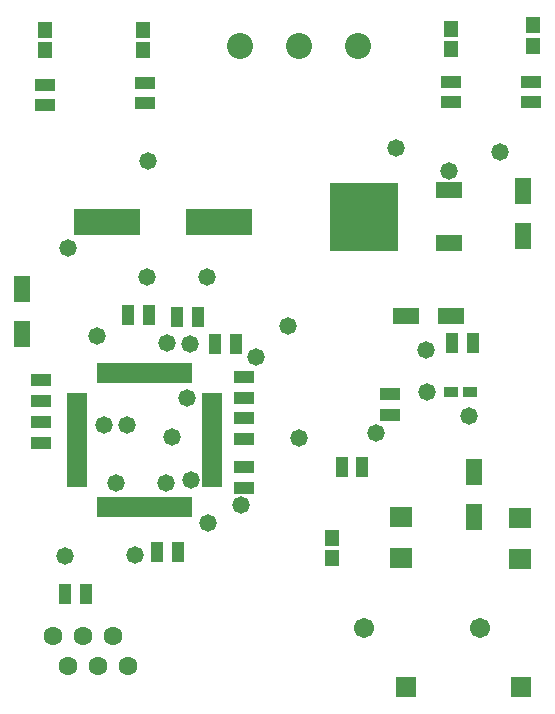
<source format=gts>
%FSLAX43Y43*%
%MOMM*%
G71*
G01*
G75*
G04 Layer_Color=8388736*
%ADD10R,1.600X0.800*%
%ADD11R,0.800X1.600*%
%ADD12R,1.100X1.250*%
%ADD13R,2.000X1.250*%
%ADD14R,1.250X2.000*%
%ADD15R,1.500X0.300*%
%ADD16R,0.300X1.500*%
%ADD17R,2.000X1.200*%
%ADD18R,5.600X5.600*%
%ADD19R,5.500X2.000*%
%ADD20R,0.950X0.700*%
%ADD21R,1.680X1.520*%
%ADD22C,0.254*%
%ADD23C,0.900*%
%ADD24C,0.800*%
%ADD25C,0.750*%
%ADD26C,1.400*%
%ADD27R,1.500X1.500*%
%ADD28C,1.500*%
%ADD29C,2.000*%
%ADD30C,1.270*%
%ADD31C,1.000*%
%ADD32C,0.200*%
%ADD33C,0.100*%
%ADD34R,0.178X1.473*%
%ADD35R,0.203X1.499*%
%ADD36R,1.803X1.003*%
%ADD37R,1.003X1.803*%
%ADD38R,1.303X1.453*%
%ADD39R,2.203X1.453*%
%ADD40R,1.453X2.203*%
%ADD41R,1.703X0.503*%
%ADD42R,0.503X1.703*%
%ADD43R,2.203X1.403*%
%ADD44R,5.803X5.803*%
%ADD45R,5.703X2.203*%
%ADD46R,1.153X0.903*%
%ADD47R,1.883X1.723*%
%ADD48C,1.603*%
%ADD49R,1.703X1.703*%
%ADD50C,1.703*%
%ADD51C,2.203*%
%ADD52C,1.473*%
D36*
X33300Y32070D02*
D03*
Y30300D02*
D03*
X45200Y58505D02*
D03*
Y56800D02*
D03*
X4100Y58305D02*
D03*
Y56600D02*
D03*
X12500Y58405D02*
D03*
Y56700D02*
D03*
X38400Y58505D02*
D03*
Y56800D02*
D03*
X20900Y30070D02*
D03*
Y28300D02*
D03*
X3700Y27930D02*
D03*
Y29700D02*
D03*
Y31530D02*
D03*
Y33300D02*
D03*
X20900Y33570D02*
D03*
Y31800D02*
D03*
Y24130D02*
D03*
Y25900D02*
D03*
D37*
X40270Y36400D02*
D03*
X38500D02*
D03*
X29195Y25900D02*
D03*
X30900D02*
D03*
X11130Y38800D02*
D03*
X12900D02*
D03*
X15230Y38600D02*
D03*
X17000D02*
D03*
X18430Y36300D02*
D03*
X20200D02*
D03*
X13530Y18700D02*
D03*
X15300D02*
D03*
X5795Y15200D02*
D03*
X7500D02*
D03*
D38*
X45400Y61600D02*
D03*
Y63325D02*
D03*
X4100Y61200D02*
D03*
Y62925D02*
D03*
X12400Y61200D02*
D03*
Y62925D02*
D03*
X38400Y61300D02*
D03*
Y63025D02*
D03*
X28400Y19900D02*
D03*
Y18175D02*
D03*
D39*
X34600Y38700D02*
D03*
X38400D02*
D03*
D40*
X40400Y21700D02*
D03*
Y25500D02*
D03*
X44500Y45500D02*
D03*
Y49300D02*
D03*
X2100Y37200D02*
D03*
Y41000D02*
D03*
D41*
X6800Y27950D02*
D03*
Y28450D02*
D03*
Y28950D02*
D03*
Y30450D02*
D03*
Y29950D02*
D03*
Y29450D02*
D03*
Y27450D02*
D03*
Y26950D02*
D03*
Y26450D02*
D03*
Y30950D02*
D03*
Y31450D02*
D03*
Y31950D02*
D03*
Y24450D02*
D03*
Y24950D02*
D03*
Y25450D02*
D03*
Y25950D02*
D03*
X18200D02*
D03*
Y25450D02*
D03*
Y24950D02*
D03*
Y24450D02*
D03*
Y31950D02*
D03*
Y31450D02*
D03*
Y30950D02*
D03*
Y26450D02*
D03*
Y26950D02*
D03*
Y27450D02*
D03*
Y29450D02*
D03*
Y29950D02*
D03*
Y30450D02*
D03*
Y28950D02*
D03*
Y28450D02*
D03*
Y27950D02*
D03*
D42*
X12750Y33900D02*
D03*
X12250D02*
D03*
X11750D02*
D03*
X10250D02*
D03*
X10750D02*
D03*
X11250D02*
D03*
X13250D02*
D03*
X13750D02*
D03*
X14250D02*
D03*
X9750D02*
D03*
X9250D02*
D03*
X8750D02*
D03*
X16250D02*
D03*
X15750D02*
D03*
X15250D02*
D03*
X14750D02*
D03*
Y22500D02*
D03*
X15250D02*
D03*
X15750D02*
D03*
X16250D02*
D03*
X8750D02*
D03*
X9250D02*
D03*
X9750D02*
D03*
X14250D02*
D03*
X13750D02*
D03*
X13250D02*
D03*
X11250D02*
D03*
X10750D02*
D03*
X10250D02*
D03*
X11750D02*
D03*
X12250D02*
D03*
X12750D02*
D03*
D43*
X38300Y44850D02*
D03*
Y49350D02*
D03*
D44*
X31100Y47100D02*
D03*
D45*
X18800Y46700D02*
D03*
X9300D02*
D03*
D46*
X40050Y32300D02*
D03*
X38400D02*
D03*
D47*
X44300Y21596D02*
D03*
Y18146D02*
D03*
X34200Y18246D02*
D03*
Y21696D02*
D03*
D48*
X4700Y11600D02*
D03*
X5970Y9060D02*
D03*
X11050D02*
D03*
X7240Y11600D02*
D03*
X8510Y9060D02*
D03*
X9780Y11600D02*
D03*
D49*
X44400Y7300D02*
D03*
X34600D02*
D03*
D50*
X40900Y12300D02*
D03*
X31100D02*
D03*
D51*
X25600Y61600D02*
D03*
X30600D02*
D03*
X20600D02*
D03*
D52*
X5800Y18400D02*
D03*
X16300Y36300D02*
D03*
X6000Y44500D02*
D03*
X36400Y32300D02*
D03*
X25600Y28400D02*
D03*
X20700Y22700D02*
D03*
X17900Y21200D02*
D03*
X11000Y29500D02*
D03*
X9100D02*
D03*
X24600Y37900D02*
D03*
X21900Y35200D02*
D03*
X38300Y51000D02*
D03*
X12800Y51800D02*
D03*
X16100Y31800D02*
D03*
X8500Y37000D02*
D03*
X33800Y52900D02*
D03*
X42600Y52600D02*
D03*
X14400Y36400D02*
D03*
X12700Y42000D02*
D03*
X17800D02*
D03*
X36300Y35800D02*
D03*
X32100Y28800D02*
D03*
X40000Y30200D02*
D03*
X11700Y18500D02*
D03*
X16400Y24800D02*
D03*
X14300Y24600D02*
D03*
X14800Y28500D02*
D03*
X10100Y24600D02*
D03*
M02*

</source>
